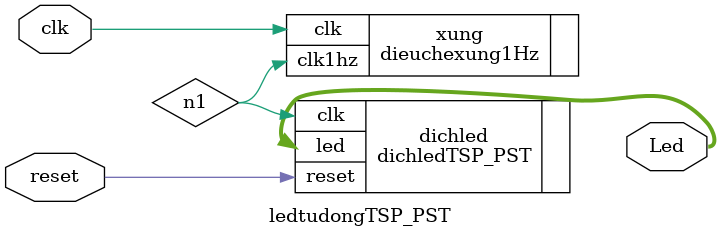
<source format=v>
`timescale 1ns / 1ps
module ledtudongTSP_PST(
input wire clk,
input wire reset,
output wire [7:0]Led
    );
wire n1;
dieuchexung1Hz xung (.clk(clk),.clk1hz(n1));
dichledTSP_PST dichled (.reset(reset),.clk(n1),.led(Led));

endmodule

</source>
